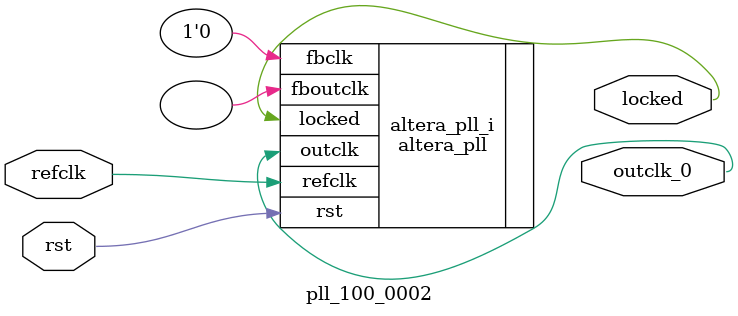
<source format=v>
`timescale 1ns/10ps
module  pll_100_0002(

	// interface 'refclk'
	input wire refclk,

	// interface 'reset'
	input wire rst,

	// interface 'outclk0'
	output wire outclk_0,

	// interface 'locked'
	output wire locked
);

	altera_pll #(
		.fractional_vco_multiplier("false"),
		.reference_clock_frequency("50.0 MHz"),
		.operation_mode("direct"),
		.number_of_clocks(1),
		.output_clock_frequency0("100.000000 MHz"),
		.phase_shift0("0 ps"),
		.duty_cycle0(50),
		.output_clock_frequency1("0 MHz"),
		.phase_shift1("0 ps"),
		.duty_cycle1(50),
		.output_clock_frequency2("0 MHz"),
		.phase_shift2("0 ps"),
		.duty_cycle2(50),
		.output_clock_frequency3("0 MHz"),
		.phase_shift3("0 ps"),
		.duty_cycle3(50),
		.output_clock_frequency4("0 MHz"),
		.phase_shift4("0 ps"),
		.duty_cycle4(50),
		.output_clock_frequency5("0 MHz"),
		.phase_shift5("0 ps"),
		.duty_cycle5(50),
		.output_clock_frequency6("0 MHz"),
		.phase_shift6("0 ps"),
		.duty_cycle6(50),
		.output_clock_frequency7("0 MHz"),
		.phase_shift7("0 ps"),
		.duty_cycle7(50),
		.output_clock_frequency8("0 MHz"),
		.phase_shift8("0 ps"),
		.duty_cycle8(50),
		.output_clock_frequency9("0 MHz"),
		.phase_shift9("0 ps"),
		.duty_cycle9(50),
		.output_clock_frequency10("0 MHz"),
		.phase_shift10("0 ps"),
		.duty_cycle10(50),
		.output_clock_frequency11("0 MHz"),
		.phase_shift11("0 ps"),
		.duty_cycle11(50),
		.output_clock_frequency12("0 MHz"),
		.phase_shift12("0 ps"),
		.duty_cycle12(50),
		.output_clock_frequency13("0 MHz"),
		.phase_shift13("0 ps"),
		.duty_cycle13(50),
		.output_clock_frequency14("0 MHz"),
		.phase_shift14("0 ps"),
		.duty_cycle14(50),
		.output_clock_frequency15("0 MHz"),
		.phase_shift15("0 ps"),
		.duty_cycle15(50),
		.output_clock_frequency16("0 MHz"),
		.phase_shift16("0 ps"),
		.duty_cycle16(50),
		.output_clock_frequency17("0 MHz"),
		.phase_shift17("0 ps"),
		.duty_cycle17(50),
		.pll_type("General"),
		.pll_subtype("General")
	) altera_pll_i (
		.rst	(rst),
		.outclk	({outclk_0}),
		.locked	(locked),
		.fboutclk	( ),
		.fbclk	(1'b0),
		.refclk	(refclk)
	);
endmodule


</source>
